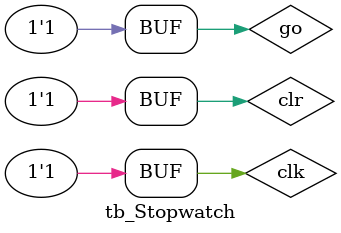
<source format=v>
module		Stopwatch (d0, d1, d2, clk, clr, go);

output	[3:0]	d0, d1, d2;
input		clk, clr;
input		go;

reg	[3:0]	d0_reg, d0_next, d1_reg, d1_next, d2_reg, d2_next;
reg	[25:0]	tick_reg, tick_next;

always@(posedge clk)
    begin
	tick_reg <= tick_next;
	d0_reg <= d0_next;
	d1_reg <= d1_next;
	d2_reg <= d2_next;
    end

always@*
    begin
	tick_next = tick_reg;
	d0_next = d0_reg;
	d1_next = d1_reg;
	d2_next = d2_reg;
	if (!clr)
	    begin
		tick_next = 0;
		d0_next = 0;
		d1_next = 0;
		d2_next = 0;
	    end
	else if (go) 
	    begin
		tick_next = tick_reg + 1;		
		if(tick_reg == 26'd49999999) // alternately: if(tick_next == 26'd50000000)
		    begin
			tick_next = 0;
			d0_next = d0_reg + 1;
			if(d0_reg == 4'd9) // alternately: if (d0_next == 4'd10)
			    begin
				d0_next = 0;
				d1_next = d1_reg + 1;
				if(d1_reg == 4'd9) // alternately: if (d1_next == 4'd10)
				    begin
					d1_next = 0;
					d2_next = d2_reg + 1;
					if(d2_reg == 4'd9) // alternately: if (d2_next == 4'd10)
					    d2_next = 0;
				    end
			    end
		    end
	    end
	else
	    begin
		tick_next = tick_reg;
		d0_next = d0_reg;
		d1_next = d1_reg;
		d2_next = d2_reg;
	    end
    end

assign d0 = d0_reg;
assign d1 = d1_reg;
assign d2 = d2_reg;

endmodule




module		tb_Stopwatch;

reg		clk, clr, go;
wire	[3:0]	d0, d1, d2;

Stopwatch	UUT (d0, d1, d2, clk, clr, go);


always  // Clock generation
    begin
        #0	clk = 0;
        #1	clk = 1;
        #1	;
    end

initial
    begin
	#0	clr = 1; go = 0;
	#2	clr = 0; go = 0;
	#4	clr = 1; go = 1;
    end

endmodule
</source>
